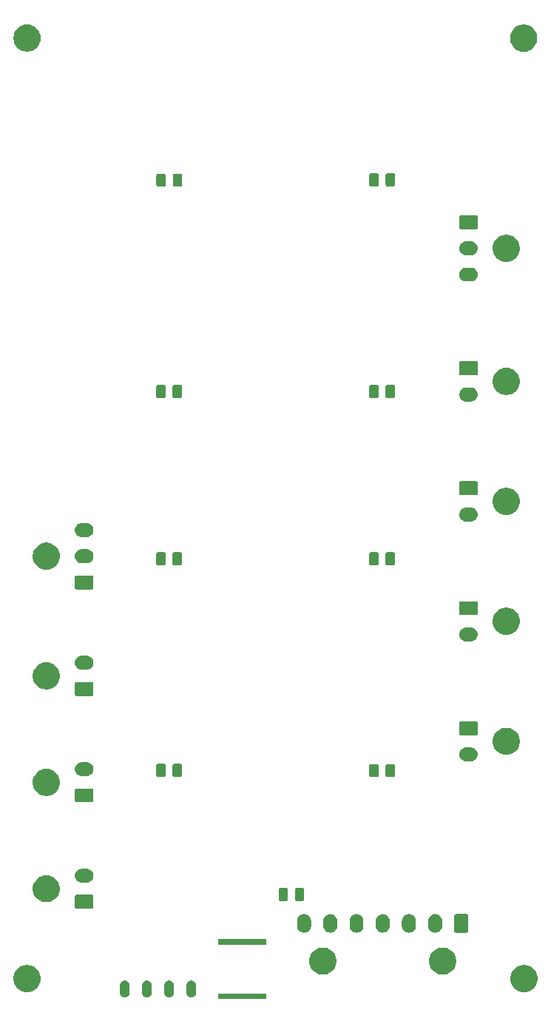
<source format=gbr>
G04 #@! TF.GenerationSoftware,KiCad,Pcbnew,(5.1.5)-3*
G04 #@! TF.CreationDate,2021-01-10T16:49:42-06:00*
G04 #@! TF.ProjectId,Controls-LightingPCB,436f6e74-726f-46c7-932d-4c6967687469,rev?*
G04 #@! TF.SameCoordinates,Original*
G04 #@! TF.FileFunction,Soldermask,Bot*
G04 #@! TF.FilePolarity,Negative*
%FSLAX46Y46*%
G04 Gerber Fmt 4.6, Leading zero omitted, Abs format (unit mm)*
G04 Created by KiCad (PCBNEW (5.1.5)-3) date 2021-01-10 16:49:42*
%MOMM*%
%LPD*%
G04 APERTURE LIST*
%ADD10C,0.100000*%
G04 APERTURE END LIST*
D10*
G36*
X154670700Y-161319600D02*
G01*
X149158500Y-161319600D01*
X149158500Y-160658800D01*
X154670700Y-160658800D01*
X154670700Y-161319600D01*
G37*
G36*
X138606614Y-159196373D02*
G01*
X138710478Y-159227879D01*
X138754507Y-159251413D01*
X138806199Y-159279043D01*
X138806201Y-159279044D01*
X138806200Y-159279044D01*
X138890101Y-159347899D01*
X138958956Y-159431800D01*
X139010121Y-159527521D01*
X139041627Y-159631385D01*
X139049600Y-159712333D01*
X139049600Y-160566467D01*
X139041627Y-160647415D01*
X139010121Y-160751279D01*
X139010119Y-160751282D01*
X138958957Y-160847000D01*
X138890101Y-160930901D01*
X138806200Y-160999757D01*
X138737655Y-161036395D01*
X138710479Y-161050921D01*
X138606615Y-161082427D01*
X138498600Y-161093066D01*
X138390586Y-161082427D01*
X138286722Y-161050921D01*
X138259546Y-161036395D01*
X138191001Y-160999757D01*
X138107100Y-160930901D01*
X138038244Y-160847000D01*
X137987082Y-160751282D01*
X137987080Y-160751279D01*
X137971327Y-160699347D01*
X137955573Y-160647416D01*
X137954434Y-160635851D01*
X137947600Y-160566467D01*
X137947600Y-159712334D01*
X137955573Y-159631386D01*
X137987079Y-159527522D01*
X138038244Y-159431800D01*
X138107099Y-159347899D01*
X138191000Y-159279044D01*
X138190999Y-159279044D01*
X138191001Y-159279043D01*
X138242693Y-159251413D01*
X138286721Y-159227879D01*
X138390585Y-159196373D01*
X138498600Y-159185734D01*
X138606614Y-159196373D01*
G37*
G36*
X146226614Y-159196373D02*
G01*
X146330478Y-159227879D01*
X146374507Y-159251413D01*
X146426199Y-159279043D01*
X146426201Y-159279044D01*
X146426200Y-159279044D01*
X146510101Y-159347899D01*
X146578956Y-159431800D01*
X146630121Y-159527521D01*
X146661627Y-159631385D01*
X146669600Y-159712333D01*
X146669600Y-160566467D01*
X146661627Y-160647415D01*
X146630121Y-160751279D01*
X146630119Y-160751282D01*
X146578957Y-160847000D01*
X146510101Y-160930901D01*
X146426200Y-160999757D01*
X146357655Y-161036395D01*
X146330479Y-161050921D01*
X146226615Y-161082427D01*
X146118600Y-161093066D01*
X146010586Y-161082427D01*
X145906722Y-161050921D01*
X145879546Y-161036395D01*
X145811001Y-160999757D01*
X145727100Y-160930901D01*
X145658244Y-160847000D01*
X145607082Y-160751282D01*
X145607080Y-160751279D01*
X145591327Y-160699347D01*
X145575573Y-160647416D01*
X145574434Y-160635851D01*
X145567600Y-160566467D01*
X145567600Y-159712334D01*
X145575573Y-159631386D01*
X145607079Y-159527522D01*
X145658244Y-159431800D01*
X145727099Y-159347899D01*
X145811000Y-159279044D01*
X145810999Y-159279044D01*
X145811001Y-159279043D01*
X145862693Y-159251413D01*
X145906721Y-159227879D01*
X146010585Y-159196373D01*
X146118600Y-159185734D01*
X146226614Y-159196373D01*
G37*
G36*
X141146614Y-159196373D02*
G01*
X141250478Y-159227879D01*
X141294507Y-159251413D01*
X141346199Y-159279043D01*
X141346201Y-159279044D01*
X141346200Y-159279044D01*
X141430101Y-159347899D01*
X141498956Y-159431800D01*
X141550121Y-159527521D01*
X141581627Y-159631385D01*
X141589600Y-159712333D01*
X141589600Y-160566467D01*
X141581627Y-160647415D01*
X141550121Y-160751279D01*
X141550119Y-160751282D01*
X141498957Y-160847000D01*
X141430101Y-160930901D01*
X141346200Y-160999757D01*
X141277655Y-161036395D01*
X141250479Y-161050921D01*
X141146615Y-161082427D01*
X141038600Y-161093066D01*
X140930586Y-161082427D01*
X140826722Y-161050921D01*
X140799546Y-161036395D01*
X140731001Y-160999757D01*
X140647100Y-160930901D01*
X140578244Y-160847000D01*
X140527082Y-160751282D01*
X140527080Y-160751279D01*
X140511327Y-160699347D01*
X140495573Y-160647416D01*
X140494434Y-160635851D01*
X140487600Y-160566467D01*
X140487600Y-159712334D01*
X140495573Y-159631386D01*
X140527079Y-159527522D01*
X140578244Y-159431800D01*
X140647099Y-159347899D01*
X140731000Y-159279044D01*
X140730999Y-159279044D01*
X140731001Y-159279043D01*
X140782693Y-159251413D01*
X140826721Y-159227879D01*
X140930585Y-159196373D01*
X141038600Y-159185734D01*
X141146614Y-159196373D01*
G37*
G36*
X143686614Y-159196373D02*
G01*
X143790478Y-159227879D01*
X143834507Y-159251413D01*
X143886199Y-159279043D01*
X143886201Y-159279044D01*
X143886200Y-159279044D01*
X143970101Y-159347899D01*
X144038956Y-159431800D01*
X144090121Y-159527521D01*
X144121627Y-159631385D01*
X144129600Y-159712333D01*
X144129600Y-160566467D01*
X144121627Y-160647415D01*
X144090121Y-160751279D01*
X144090119Y-160751282D01*
X144038957Y-160847000D01*
X143970101Y-160930901D01*
X143886200Y-160999757D01*
X143817655Y-161036395D01*
X143790479Y-161050921D01*
X143686615Y-161082427D01*
X143578600Y-161093066D01*
X143470586Y-161082427D01*
X143366722Y-161050921D01*
X143339546Y-161036395D01*
X143271001Y-160999757D01*
X143187100Y-160930901D01*
X143118244Y-160847000D01*
X143067082Y-160751282D01*
X143067080Y-160751279D01*
X143051327Y-160699347D01*
X143035573Y-160647416D01*
X143034434Y-160635851D01*
X143027600Y-160566467D01*
X143027600Y-159712334D01*
X143035573Y-159631386D01*
X143067079Y-159527522D01*
X143118244Y-159431800D01*
X143187099Y-159347899D01*
X143271000Y-159279044D01*
X143270999Y-159279044D01*
X143271001Y-159279043D01*
X143322693Y-159251413D01*
X143366721Y-159227879D01*
X143470585Y-159196373D01*
X143578600Y-159185734D01*
X143686614Y-159196373D01*
G37*
G36*
X127625185Y-157449802D02*
G01*
X127775010Y-157479604D01*
X128057274Y-157596521D01*
X128311305Y-157766259D01*
X128527341Y-157982295D01*
X128697079Y-158236326D01*
X128788814Y-158457796D01*
X128813996Y-158518591D01*
X128873600Y-158818239D01*
X128873600Y-159123761D01*
X128852889Y-159227881D01*
X128813996Y-159423410D01*
X128697079Y-159705674D01*
X128527341Y-159959705D01*
X128311305Y-160175741D01*
X128057274Y-160345479D01*
X127775010Y-160462396D01*
X127625185Y-160492198D01*
X127475361Y-160522000D01*
X127169839Y-160522000D01*
X127020015Y-160492198D01*
X126870190Y-160462396D01*
X126587926Y-160345479D01*
X126333895Y-160175741D01*
X126117859Y-159959705D01*
X125948121Y-159705674D01*
X125831204Y-159423410D01*
X125792311Y-159227881D01*
X125771600Y-159123761D01*
X125771600Y-158818239D01*
X125831204Y-158518591D01*
X125856386Y-158457796D01*
X125948121Y-158236326D01*
X126117859Y-157982295D01*
X126333895Y-157766259D01*
X126587926Y-157596521D01*
X126870190Y-157479604D01*
X127020015Y-157449802D01*
X127169839Y-157420000D01*
X127475361Y-157420000D01*
X127625185Y-157449802D01*
G37*
G36*
X184495785Y-157449802D02*
G01*
X184645610Y-157479604D01*
X184927874Y-157596521D01*
X185181905Y-157766259D01*
X185397941Y-157982295D01*
X185567679Y-158236326D01*
X185659414Y-158457796D01*
X185684596Y-158518591D01*
X185744200Y-158818239D01*
X185744200Y-159123761D01*
X185723489Y-159227881D01*
X185684596Y-159423410D01*
X185567679Y-159705674D01*
X185397941Y-159959705D01*
X185181905Y-160175741D01*
X184927874Y-160345479D01*
X184645610Y-160462396D01*
X184495785Y-160492198D01*
X184345961Y-160522000D01*
X184040439Y-160522000D01*
X183890615Y-160492198D01*
X183740790Y-160462396D01*
X183458526Y-160345479D01*
X183204495Y-160175741D01*
X182988459Y-159959705D01*
X182818721Y-159705674D01*
X182701804Y-159423410D01*
X182662911Y-159227881D01*
X182642200Y-159123761D01*
X182642200Y-158818239D01*
X182701804Y-158518591D01*
X182726986Y-158457796D01*
X182818721Y-158236326D01*
X182988459Y-157982295D01*
X183204495Y-157766259D01*
X183458526Y-157596521D01*
X183740790Y-157479604D01*
X183890615Y-157449802D01*
X184040439Y-157420000D01*
X184345961Y-157420000D01*
X184495785Y-157449802D01*
G37*
G36*
X175182985Y-155445202D02*
G01*
X175332810Y-155475004D01*
X175615074Y-155591921D01*
X175869105Y-155761659D01*
X176085141Y-155977695D01*
X176254879Y-156231726D01*
X176371796Y-156513990D01*
X176431400Y-156813640D01*
X176431400Y-157119160D01*
X176371796Y-157418810D01*
X176254879Y-157701074D01*
X176085141Y-157955105D01*
X175869105Y-158171141D01*
X175615074Y-158340879D01*
X175332810Y-158457796D01*
X175182985Y-158487598D01*
X175033161Y-158517400D01*
X174727639Y-158517400D01*
X174577815Y-158487598D01*
X174427990Y-158457796D01*
X174145726Y-158340879D01*
X173891695Y-158171141D01*
X173675659Y-157955105D01*
X173505921Y-157701074D01*
X173389004Y-157418810D01*
X173329400Y-157119160D01*
X173329400Y-156813640D01*
X173389004Y-156513990D01*
X173505921Y-156231726D01*
X173675659Y-155977695D01*
X173891695Y-155761659D01*
X174145726Y-155591921D01*
X174427990Y-155475004D01*
X174577815Y-155445202D01*
X174727639Y-155415400D01*
X175033161Y-155415400D01*
X175182985Y-155445202D01*
G37*
G36*
X161482985Y-155445202D02*
G01*
X161632810Y-155475004D01*
X161915074Y-155591921D01*
X162169105Y-155761659D01*
X162385141Y-155977695D01*
X162554879Y-156231726D01*
X162671796Y-156513990D01*
X162731400Y-156813640D01*
X162731400Y-157119160D01*
X162671796Y-157418810D01*
X162554879Y-157701074D01*
X162385141Y-157955105D01*
X162169105Y-158171141D01*
X161915074Y-158340879D01*
X161632810Y-158457796D01*
X161482985Y-158487598D01*
X161333161Y-158517400D01*
X161027639Y-158517400D01*
X160877815Y-158487598D01*
X160727990Y-158457796D01*
X160445726Y-158340879D01*
X160191695Y-158171141D01*
X159975659Y-157955105D01*
X159805921Y-157701074D01*
X159689004Y-157418810D01*
X159629400Y-157119160D01*
X159629400Y-156813640D01*
X159689004Y-156513990D01*
X159805921Y-156231726D01*
X159975659Y-155977695D01*
X160191695Y-155761659D01*
X160445726Y-155591921D01*
X160727990Y-155475004D01*
X160877815Y-155445202D01*
X161027639Y-155415400D01*
X161333161Y-155415400D01*
X161482985Y-155445202D01*
G37*
G36*
X154670700Y-155071200D02*
G01*
X149158500Y-155071200D01*
X149158500Y-154410400D01*
X154670700Y-154410400D01*
X154670700Y-155071200D01*
G37*
G36*
X174187423Y-151596990D02*
G01*
X174252912Y-151616856D01*
X174338413Y-151642792D01*
X174477565Y-151717171D01*
X174599533Y-151817267D01*
X174699629Y-151939235D01*
X174774008Y-152078387D01*
X174774008Y-152078388D01*
X174819810Y-152229377D01*
X174831400Y-152347055D01*
X174831400Y-152945745D01*
X174819810Y-153063423D01*
X174789275Y-153164082D01*
X174774008Y-153214413D01*
X174699630Y-153353564D01*
X174699629Y-153353565D01*
X174599533Y-153475533D01*
X174497281Y-153559448D01*
X174477564Y-153575629D01*
X174338412Y-153650008D01*
X174288081Y-153665275D01*
X174187422Y-153695810D01*
X174030400Y-153711275D01*
X173873377Y-153695810D01*
X173772718Y-153665275D01*
X173722387Y-153650008D01*
X173583235Y-153575629D01*
X173512518Y-153517593D01*
X173461267Y-153475533D01*
X173361171Y-153353564D01*
X173286793Y-153214413D01*
X173286792Y-153214412D01*
X173271525Y-153164081D01*
X173240990Y-153063422D01*
X173229400Y-152945744D01*
X173229400Y-152347055D01*
X173240990Y-152229377D01*
X173286792Y-152078388D01*
X173286792Y-152078387D01*
X173323982Y-152008812D01*
X173361172Y-151939235D01*
X173461268Y-151817267D01*
X173583236Y-151717171D01*
X173617207Y-151699013D01*
X173722388Y-151642792D01*
X173807889Y-151616856D01*
X173873378Y-151596990D01*
X174030400Y-151581525D01*
X174187423Y-151596990D01*
G37*
G36*
X159187423Y-151596990D02*
G01*
X159252912Y-151616856D01*
X159338413Y-151642792D01*
X159477565Y-151717171D01*
X159599533Y-151817267D01*
X159699629Y-151939235D01*
X159774008Y-152078387D01*
X159774008Y-152078388D01*
X159819810Y-152229377D01*
X159831400Y-152347055D01*
X159831400Y-152945745D01*
X159819810Y-153063423D01*
X159789275Y-153164082D01*
X159774008Y-153214413D01*
X159699630Y-153353564D01*
X159699629Y-153353565D01*
X159599533Y-153475533D01*
X159497281Y-153559448D01*
X159477564Y-153575629D01*
X159338412Y-153650008D01*
X159288081Y-153665275D01*
X159187422Y-153695810D01*
X159030400Y-153711275D01*
X158873377Y-153695810D01*
X158772718Y-153665275D01*
X158722387Y-153650008D01*
X158583235Y-153575629D01*
X158512518Y-153517593D01*
X158461267Y-153475533D01*
X158361171Y-153353564D01*
X158286793Y-153214413D01*
X158286792Y-153214412D01*
X158271525Y-153164081D01*
X158240990Y-153063422D01*
X158229400Y-152945744D01*
X158229400Y-152347055D01*
X158240990Y-152229377D01*
X158286792Y-152078388D01*
X158286792Y-152078387D01*
X158323982Y-152008812D01*
X158361172Y-151939235D01*
X158461268Y-151817267D01*
X158583236Y-151717171D01*
X158617207Y-151699013D01*
X158722388Y-151642792D01*
X158807889Y-151616856D01*
X158873378Y-151596990D01*
X159030400Y-151581525D01*
X159187423Y-151596990D01*
G37*
G36*
X162187423Y-151596990D02*
G01*
X162252912Y-151616856D01*
X162338413Y-151642792D01*
X162477565Y-151717171D01*
X162599533Y-151817267D01*
X162699629Y-151939235D01*
X162774008Y-152078387D01*
X162774008Y-152078388D01*
X162819810Y-152229377D01*
X162831400Y-152347055D01*
X162831400Y-152945745D01*
X162819810Y-153063423D01*
X162789275Y-153164082D01*
X162774008Y-153214413D01*
X162699630Y-153353564D01*
X162699629Y-153353565D01*
X162599533Y-153475533D01*
X162497281Y-153559448D01*
X162477564Y-153575629D01*
X162338412Y-153650008D01*
X162288081Y-153665275D01*
X162187422Y-153695810D01*
X162030400Y-153711275D01*
X161873377Y-153695810D01*
X161772718Y-153665275D01*
X161722387Y-153650008D01*
X161583235Y-153575629D01*
X161512518Y-153517593D01*
X161461267Y-153475533D01*
X161361171Y-153353564D01*
X161286793Y-153214413D01*
X161286792Y-153214412D01*
X161271525Y-153164081D01*
X161240990Y-153063422D01*
X161229400Y-152945744D01*
X161229400Y-152347055D01*
X161240990Y-152229377D01*
X161286792Y-152078388D01*
X161286792Y-152078387D01*
X161323982Y-152008812D01*
X161361172Y-151939235D01*
X161461268Y-151817267D01*
X161583236Y-151717171D01*
X161617207Y-151699013D01*
X161722388Y-151642792D01*
X161807889Y-151616856D01*
X161873378Y-151596990D01*
X162030400Y-151581525D01*
X162187423Y-151596990D01*
G37*
G36*
X165187423Y-151596990D02*
G01*
X165252912Y-151616856D01*
X165338413Y-151642792D01*
X165477565Y-151717171D01*
X165599533Y-151817267D01*
X165699629Y-151939235D01*
X165774008Y-152078387D01*
X165774008Y-152078388D01*
X165819810Y-152229377D01*
X165831400Y-152347055D01*
X165831400Y-152945745D01*
X165819810Y-153063423D01*
X165789275Y-153164082D01*
X165774008Y-153214413D01*
X165699630Y-153353564D01*
X165699629Y-153353565D01*
X165599533Y-153475533D01*
X165497281Y-153559448D01*
X165477564Y-153575629D01*
X165338412Y-153650008D01*
X165288081Y-153665275D01*
X165187422Y-153695810D01*
X165030400Y-153711275D01*
X164873377Y-153695810D01*
X164772718Y-153665275D01*
X164722387Y-153650008D01*
X164583235Y-153575629D01*
X164512518Y-153517593D01*
X164461267Y-153475533D01*
X164361171Y-153353564D01*
X164286793Y-153214413D01*
X164286792Y-153214412D01*
X164271525Y-153164081D01*
X164240990Y-153063422D01*
X164229400Y-152945744D01*
X164229400Y-152347055D01*
X164240990Y-152229377D01*
X164286792Y-152078388D01*
X164286792Y-152078387D01*
X164323982Y-152008812D01*
X164361172Y-151939235D01*
X164461268Y-151817267D01*
X164583236Y-151717171D01*
X164617207Y-151699013D01*
X164722388Y-151642792D01*
X164807889Y-151616856D01*
X164873378Y-151596990D01*
X165030400Y-151581525D01*
X165187423Y-151596990D01*
G37*
G36*
X168187423Y-151596990D02*
G01*
X168252912Y-151616856D01*
X168338413Y-151642792D01*
X168477565Y-151717171D01*
X168599533Y-151817267D01*
X168699629Y-151939235D01*
X168774008Y-152078387D01*
X168774008Y-152078388D01*
X168819810Y-152229377D01*
X168831400Y-152347055D01*
X168831400Y-152945745D01*
X168819810Y-153063423D01*
X168789275Y-153164082D01*
X168774008Y-153214413D01*
X168699630Y-153353564D01*
X168699629Y-153353565D01*
X168599533Y-153475533D01*
X168497281Y-153559448D01*
X168477564Y-153575629D01*
X168338412Y-153650008D01*
X168288081Y-153665275D01*
X168187422Y-153695810D01*
X168030400Y-153711275D01*
X167873377Y-153695810D01*
X167772718Y-153665275D01*
X167722387Y-153650008D01*
X167583235Y-153575629D01*
X167512518Y-153517593D01*
X167461267Y-153475533D01*
X167361171Y-153353564D01*
X167286793Y-153214413D01*
X167286792Y-153214412D01*
X167271525Y-153164081D01*
X167240990Y-153063422D01*
X167229400Y-152945744D01*
X167229400Y-152347055D01*
X167240990Y-152229377D01*
X167286792Y-152078388D01*
X167286792Y-152078387D01*
X167323982Y-152008812D01*
X167361172Y-151939235D01*
X167461268Y-151817267D01*
X167583236Y-151717171D01*
X167617207Y-151699013D01*
X167722388Y-151642792D01*
X167807889Y-151616856D01*
X167873378Y-151596990D01*
X168030400Y-151581525D01*
X168187423Y-151596990D01*
G37*
G36*
X171187423Y-151596990D02*
G01*
X171252912Y-151616856D01*
X171338413Y-151642792D01*
X171477565Y-151717171D01*
X171599533Y-151817267D01*
X171699629Y-151939235D01*
X171774008Y-152078387D01*
X171774008Y-152078388D01*
X171819810Y-152229377D01*
X171831400Y-152347055D01*
X171831400Y-152945745D01*
X171819810Y-153063423D01*
X171789275Y-153164082D01*
X171774008Y-153214413D01*
X171699630Y-153353564D01*
X171699629Y-153353565D01*
X171599533Y-153475533D01*
X171497281Y-153559448D01*
X171477564Y-153575629D01*
X171338412Y-153650008D01*
X171288081Y-153665275D01*
X171187422Y-153695810D01*
X171030400Y-153711275D01*
X170873377Y-153695810D01*
X170772718Y-153665275D01*
X170722387Y-153650008D01*
X170583235Y-153575629D01*
X170512518Y-153517593D01*
X170461267Y-153475533D01*
X170361171Y-153353564D01*
X170286793Y-153214413D01*
X170286792Y-153214412D01*
X170271525Y-153164081D01*
X170240990Y-153063422D01*
X170229400Y-152945744D01*
X170229400Y-152347055D01*
X170240990Y-152229377D01*
X170286792Y-152078388D01*
X170286792Y-152078387D01*
X170323982Y-152008812D01*
X170361172Y-151939235D01*
X170461268Y-151817267D01*
X170583236Y-151717171D01*
X170617207Y-151699013D01*
X170722388Y-151642792D01*
X170807889Y-151616856D01*
X170873378Y-151596990D01*
X171030400Y-151581525D01*
X171187423Y-151596990D01*
G37*
G36*
X177683448Y-151589522D02*
G01*
X177717787Y-151599939D01*
X177749436Y-151616856D01*
X177777178Y-151639622D01*
X177799944Y-151667364D01*
X177816861Y-151699013D01*
X177827278Y-151733352D01*
X177831400Y-151775207D01*
X177831400Y-153517593D01*
X177827278Y-153559448D01*
X177816861Y-153593787D01*
X177799944Y-153625436D01*
X177777178Y-153653178D01*
X177749436Y-153675944D01*
X177717787Y-153692861D01*
X177683448Y-153703278D01*
X177641593Y-153707400D01*
X176419207Y-153707400D01*
X176377352Y-153703278D01*
X176343013Y-153692861D01*
X176311364Y-153675944D01*
X176283622Y-153653178D01*
X176260856Y-153625436D01*
X176243939Y-153593787D01*
X176233522Y-153559448D01*
X176229400Y-153517593D01*
X176229400Y-151775207D01*
X176233522Y-151733352D01*
X176243939Y-151699013D01*
X176260856Y-151667364D01*
X176283622Y-151639622D01*
X176311364Y-151616856D01*
X176343013Y-151599939D01*
X176377352Y-151589522D01*
X176419207Y-151585400D01*
X177641593Y-151585400D01*
X177683448Y-151589522D01*
G37*
G36*
X134763448Y-149385722D02*
G01*
X134797787Y-149396139D01*
X134829436Y-149413056D01*
X134857178Y-149435822D01*
X134879944Y-149463564D01*
X134896861Y-149495213D01*
X134907278Y-149529552D01*
X134911400Y-149571407D01*
X134911400Y-150793793D01*
X134907278Y-150835648D01*
X134896861Y-150869987D01*
X134879944Y-150901636D01*
X134857178Y-150929378D01*
X134829436Y-150952144D01*
X134797787Y-150969061D01*
X134763448Y-150979478D01*
X134721593Y-150983600D01*
X132979207Y-150983600D01*
X132937352Y-150979478D01*
X132903013Y-150969061D01*
X132871364Y-150952144D01*
X132843622Y-150929378D01*
X132820856Y-150901636D01*
X132803939Y-150869987D01*
X132793522Y-150835648D01*
X132789400Y-150793793D01*
X132789400Y-149571407D01*
X132793522Y-149529552D01*
X132803939Y-149495213D01*
X132820856Y-149463564D01*
X132843622Y-149435822D01*
X132871364Y-149413056D01*
X132903013Y-149396139D01*
X132937352Y-149385722D01*
X132979207Y-149381600D01*
X134721593Y-149381600D01*
X134763448Y-149385722D01*
G37*
G36*
X129832985Y-147161402D02*
G01*
X129982810Y-147191204D01*
X130265074Y-147308121D01*
X130519105Y-147477859D01*
X130735141Y-147693895D01*
X130904879Y-147947926D01*
X131021796Y-148230190D01*
X131081400Y-148529840D01*
X131081400Y-148835360D01*
X131021796Y-149135010D01*
X130904879Y-149417274D01*
X130735141Y-149671305D01*
X130519105Y-149887341D01*
X130265074Y-150057079D01*
X129982810Y-150173996D01*
X129832985Y-150203798D01*
X129683161Y-150233600D01*
X129377639Y-150233600D01*
X129227815Y-150203798D01*
X129077990Y-150173996D01*
X128795726Y-150057079D01*
X128541695Y-149887341D01*
X128325659Y-149671305D01*
X128155921Y-149417274D01*
X128039004Y-149135010D01*
X127979400Y-148835360D01*
X127979400Y-148529840D01*
X128039004Y-148230190D01*
X128155921Y-147947926D01*
X128325659Y-147693895D01*
X128541695Y-147477859D01*
X128795726Y-147308121D01*
X129077990Y-147191204D01*
X129227815Y-147161402D01*
X129377639Y-147131600D01*
X129683161Y-147131600D01*
X129832985Y-147161402D01*
G37*
G36*
X157008468Y-148572565D02*
G01*
X157047138Y-148584296D01*
X157082777Y-148603346D01*
X157114017Y-148628983D01*
X157139654Y-148660223D01*
X157158704Y-148695862D01*
X157170435Y-148734532D01*
X157175000Y-148780888D01*
X157175000Y-149857112D01*
X157170435Y-149903468D01*
X157158704Y-149942138D01*
X157139654Y-149977777D01*
X157114017Y-150009017D01*
X157082777Y-150034654D01*
X157047138Y-150053704D01*
X157008468Y-150065435D01*
X156962112Y-150070000D01*
X156310888Y-150070000D01*
X156264532Y-150065435D01*
X156225862Y-150053704D01*
X156190223Y-150034654D01*
X156158983Y-150009017D01*
X156133346Y-149977777D01*
X156114296Y-149942138D01*
X156102565Y-149903468D01*
X156098000Y-149857112D01*
X156098000Y-148780888D01*
X156102565Y-148734532D01*
X156114296Y-148695862D01*
X156133346Y-148660223D01*
X156158983Y-148628983D01*
X156190223Y-148603346D01*
X156225862Y-148584296D01*
X156264532Y-148572565D01*
X156310888Y-148568000D01*
X156962112Y-148568000D01*
X157008468Y-148572565D01*
G37*
G36*
X158883468Y-148572565D02*
G01*
X158922138Y-148584296D01*
X158957777Y-148603346D01*
X158989017Y-148628983D01*
X159014654Y-148660223D01*
X159033704Y-148695862D01*
X159045435Y-148734532D01*
X159050000Y-148780888D01*
X159050000Y-149857112D01*
X159045435Y-149903468D01*
X159033704Y-149942138D01*
X159014654Y-149977777D01*
X158989017Y-150009017D01*
X158957777Y-150034654D01*
X158922138Y-150053704D01*
X158883468Y-150065435D01*
X158837112Y-150070000D01*
X158185888Y-150070000D01*
X158139532Y-150065435D01*
X158100862Y-150053704D01*
X158065223Y-150034654D01*
X158033983Y-150009017D01*
X158008346Y-149977777D01*
X157989296Y-149942138D01*
X157977565Y-149903468D01*
X157973000Y-149857112D01*
X157973000Y-148780888D01*
X157977565Y-148734532D01*
X157989296Y-148695862D01*
X158008346Y-148660223D01*
X158033983Y-148628983D01*
X158065223Y-148603346D01*
X158100862Y-148584296D01*
X158139532Y-148572565D01*
X158185888Y-148568000D01*
X158837112Y-148568000D01*
X158883468Y-148572565D01*
G37*
G36*
X134188971Y-146385463D02*
G01*
X134267423Y-146393190D01*
X134368082Y-146423725D01*
X134418413Y-146438992D01*
X134557565Y-146513371D01*
X134679533Y-146613467D01*
X134779629Y-146735435D01*
X134854008Y-146874587D01*
X134854008Y-146874588D01*
X134899810Y-147025577D01*
X134915275Y-147182600D01*
X134899810Y-147339623D01*
X134869275Y-147440282D01*
X134854008Y-147490613D01*
X134779629Y-147629765D01*
X134679533Y-147751733D01*
X134557565Y-147851829D01*
X134418413Y-147926208D01*
X134368082Y-147941475D01*
X134267423Y-147972010D01*
X134188971Y-147979737D01*
X134149746Y-147983600D01*
X133551054Y-147983600D01*
X133511829Y-147979737D01*
X133433377Y-147972010D01*
X133332718Y-147941475D01*
X133282387Y-147926208D01*
X133143235Y-147851829D01*
X133021267Y-147751733D01*
X132921171Y-147629765D01*
X132846792Y-147490613D01*
X132831525Y-147440282D01*
X132800990Y-147339623D01*
X132785525Y-147182600D01*
X132800990Y-147025577D01*
X132846792Y-146874588D01*
X132846792Y-146874587D01*
X132921171Y-146735435D01*
X133021267Y-146613467D01*
X133143235Y-146513371D01*
X133282387Y-146438992D01*
X133332718Y-146423725D01*
X133433377Y-146393190D01*
X133511829Y-146385463D01*
X133551054Y-146381600D01*
X134149746Y-146381600D01*
X134188971Y-146385463D01*
G37*
G36*
X134763448Y-137202188D02*
G01*
X134797787Y-137212605D01*
X134829436Y-137229522D01*
X134857178Y-137252288D01*
X134879944Y-137280030D01*
X134896861Y-137311679D01*
X134907278Y-137346018D01*
X134911400Y-137387873D01*
X134911400Y-138610259D01*
X134907278Y-138652114D01*
X134896861Y-138686453D01*
X134879944Y-138718102D01*
X134857178Y-138745844D01*
X134829436Y-138768610D01*
X134797787Y-138785527D01*
X134763448Y-138795944D01*
X134721593Y-138800066D01*
X132979207Y-138800066D01*
X132937352Y-138795944D01*
X132903013Y-138785527D01*
X132871364Y-138768610D01*
X132843622Y-138745844D01*
X132820856Y-138718102D01*
X132803939Y-138686453D01*
X132793522Y-138652114D01*
X132789400Y-138610259D01*
X132789400Y-137387873D01*
X132793522Y-137346018D01*
X132803939Y-137311679D01*
X132820856Y-137280030D01*
X132843622Y-137252288D01*
X132871364Y-137229522D01*
X132903013Y-137212605D01*
X132937352Y-137202188D01*
X132979207Y-137198066D01*
X134721593Y-137198066D01*
X134763448Y-137202188D01*
G37*
G36*
X129832985Y-134977868D02*
G01*
X129982810Y-135007670D01*
X130265074Y-135124587D01*
X130519105Y-135294325D01*
X130735141Y-135510361D01*
X130904879Y-135764392D01*
X131021796Y-136046656D01*
X131081400Y-136346306D01*
X131081400Y-136651826D01*
X131021796Y-136951476D01*
X130904879Y-137233740D01*
X130735141Y-137487771D01*
X130519105Y-137703807D01*
X130265074Y-137873545D01*
X129982810Y-137990462D01*
X129832985Y-138020264D01*
X129683161Y-138050066D01*
X129377639Y-138050066D01*
X129227815Y-138020264D01*
X129077990Y-137990462D01*
X128795726Y-137873545D01*
X128541695Y-137703807D01*
X128325659Y-137487771D01*
X128155921Y-137233740D01*
X128039004Y-136951476D01*
X127979400Y-136651826D01*
X127979400Y-136346306D01*
X128039004Y-136046656D01*
X128155921Y-135764392D01*
X128325659Y-135510361D01*
X128541695Y-135294325D01*
X128795726Y-135124587D01*
X129077990Y-135007670D01*
X129227815Y-134977868D01*
X129377639Y-134948066D01*
X129683161Y-134948066D01*
X129832985Y-134977868D01*
G37*
G36*
X167396468Y-134424765D02*
G01*
X167435138Y-134436496D01*
X167470777Y-134455546D01*
X167502017Y-134481183D01*
X167527654Y-134512423D01*
X167546704Y-134548062D01*
X167558435Y-134586732D01*
X167563000Y-134633088D01*
X167563000Y-135709312D01*
X167558435Y-135755668D01*
X167546704Y-135794338D01*
X167527654Y-135829977D01*
X167502017Y-135861217D01*
X167470777Y-135886854D01*
X167435138Y-135905904D01*
X167396468Y-135917635D01*
X167350112Y-135922200D01*
X166698888Y-135922200D01*
X166652532Y-135917635D01*
X166613862Y-135905904D01*
X166578223Y-135886854D01*
X166546983Y-135861217D01*
X166521346Y-135829977D01*
X166502296Y-135794338D01*
X166490565Y-135755668D01*
X166486000Y-135709312D01*
X166486000Y-134633088D01*
X166490565Y-134586732D01*
X166502296Y-134548062D01*
X166521346Y-134512423D01*
X166546983Y-134481183D01*
X166578223Y-134455546D01*
X166613862Y-134436496D01*
X166652532Y-134424765D01*
X166698888Y-134420200D01*
X167350112Y-134420200D01*
X167396468Y-134424765D01*
G37*
G36*
X169271468Y-134424765D02*
G01*
X169310138Y-134436496D01*
X169345777Y-134455546D01*
X169377017Y-134481183D01*
X169402654Y-134512423D01*
X169421704Y-134548062D01*
X169433435Y-134586732D01*
X169438000Y-134633088D01*
X169438000Y-135709312D01*
X169433435Y-135755668D01*
X169421704Y-135794338D01*
X169402654Y-135829977D01*
X169377017Y-135861217D01*
X169345777Y-135886854D01*
X169310138Y-135905904D01*
X169271468Y-135917635D01*
X169225112Y-135922200D01*
X168573888Y-135922200D01*
X168527532Y-135917635D01*
X168488862Y-135905904D01*
X168453223Y-135886854D01*
X168421983Y-135861217D01*
X168396346Y-135829977D01*
X168377296Y-135794338D01*
X168365565Y-135755668D01*
X168361000Y-135709312D01*
X168361000Y-134633088D01*
X168365565Y-134586732D01*
X168377296Y-134548062D01*
X168396346Y-134512423D01*
X168421983Y-134481183D01*
X168453223Y-134455546D01*
X168488862Y-134436496D01*
X168527532Y-134424765D01*
X168573888Y-134420200D01*
X169225112Y-134420200D01*
X169271468Y-134424765D01*
G37*
G36*
X143012468Y-134391265D02*
G01*
X143051138Y-134402996D01*
X143086777Y-134422046D01*
X143118017Y-134447683D01*
X143143654Y-134478923D01*
X143162704Y-134514562D01*
X143174435Y-134553232D01*
X143179000Y-134599588D01*
X143179000Y-135675812D01*
X143174435Y-135722168D01*
X143162704Y-135760838D01*
X143143654Y-135796477D01*
X143118017Y-135827717D01*
X143086777Y-135853354D01*
X143051138Y-135872404D01*
X143012468Y-135884135D01*
X142966112Y-135888700D01*
X142314888Y-135888700D01*
X142268532Y-135884135D01*
X142229862Y-135872404D01*
X142194223Y-135853354D01*
X142162983Y-135827717D01*
X142137346Y-135796477D01*
X142118296Y-135760838D01*
X142106565Y-135722168D01*
X142102000Y-135675812D01*
X142102000Y-134599588D01*
X142106565Y-134553232D01*
X142118296Y-134514562D01*
X142137346Y-134478923D01*
X142162983Y-134447683D01*
X142194223Y-134422046D01*
X142229862Y-134402996D01*
X142268532Y-134391265D01*
X142314888Y-134386700D01*
X142966112Y-134386700D01*
X143012468Y-134391265D01*
G37*
G36*
X144887468Y-134391265D02*
G01*
X144926138Y-134402996D01*
X144961777Y-134422046D01*
X144993017Y-134447683D01*
X145018654Y-134478923D01*
X145037704Y-134514562D01*
X145049435Y-134553232D01*
X145054000Y-134599588D01*
X145054000Y-135675812D01*
X145049435Y-135722168D01*
X145037704Y-135760838D01*
X145018654Y-135796477D01*
X144993017Y-135827717D01*
X144961777Y-135853354D01*
X144926138Y-135872404D01*
X144887468Y-135884135D01*
X144841112Y-135888700D01*
X144189888Y-135888700D01*
X144143532Y-135884135D01*
X144104862Y-135872404D01*
X144069223Y-135853354D01*
X144037983Y-135827717D01*
X144012346Y-135796477D01*
X143993296Y-135760838D01*
X143981565Y-135722168D01*
X143977000Y-135675812D01*
X143977000Y-134599588D01*
X143981565Y-134553232D01*
X143993296Y-134514562D01*
X144012346Y-134478923D01*
X144037983Y-134447683D01*
X144069223Y-134422046D01*
X144104862Y-134402996D01*
X144143532Y-134391265D01*
X144189888Y-134386700D01*
X144841112Y-134386700D01*
X144887468Y-134391265D01*
G37*
G36*
X134188971Y-134201929D02*
G01*
X134267423Y-134209656D01*
X134368082Y-134240191D01*
X134418413Y-134255458D01*
X134557565Y-134329837D01*
X134679533Y-134429933D01*
X134779629Y-134551901D01*
X134854008Y-134691053D01*
X134854008Y-134691054D01*
X134899810Y-134842043D01*
X134915275Y-134999066D01*
X134899810Y-135156089D01*
X134869275Y-135256748D01*
X134854008Y-135307079D01*
X134779629Y-135446231D01*
X134679533Y-135568199D01*
X134557565Y-135668295D01*
X134418413Y-135742674D01*
X134375577Y-135755668D01*
X134267423Y-135788476D01*
X134188971Y-135796203D01*
X134149746Y-135800066D01*
X133551054Y-135800066D01*
X133511829Y-135796203D01*
X133433377Y-135788476D01*
X133325223Y-135755668D01*
X133282387Y-135742674D01*
X133143235Y-135668295D01*
X133021267Y-135568199D01*
X132921171Y-135446231D01*
X132846792Y-135307079D01*
X132831525Y-135256748D01*
X132800990Y-135156089D01*
X132785525Y-134999066D01*
X132800990Y-134842043D01*
X132846792Y-134691054D01*
X132846792Y-134691053D01*
X132921171Y-134551901D01*
X133021267Y-134429933D01*
X133143235Y-134329837D01*
X133282387Y-134255458D01*
X133332718Y-134240191D01*
X133433377Y-134209656D01*
X133511829Y-134201929D01*
X133551054Y-134198066D01*
X134149746Y-134198066D01*
X134188971Y-134201929D01*
G37*
G36*
X178186571Y-132508863D02*
G01*
X178265023Y-132516590D01*
X178344417Y-132540674D01*
X178416013Y-132562392D01*
X178555165Y-132636771D01*
X178677133Y-132736867D01*
X178777229Y-132858835D01*
X178851608Y-132997987D01*
X178855477Y-133010741D01*
X178897410Y-133148977D01*
X178912875Y-133306000D01*
X178897410Y-133463023D01*
X178866875Y-133563682D01*
X178851608Y-133614013D01*
X178777229Y-133753165D01*
X178677133Y-133875133D01*
X178555165Y-133975229D01*
X178416013Y-134049608D01*
X178365682Y-134064875D01*
X178265023Y-134095410D01*
X178186571Y-134103137D01*
X178147346Y-134107000D01*
X177548654Y-134107000D01*
X177509429Y-134103137D01*
X177430977Y-134095410D01*
X177330318Y-134064875D01*
X177279987Y-134049608D01*
X177140835Y-133975229D01*
X177018867Y-133875133D01*
X176918771Y-133753165D01*
X176844392Y-133614013D01*
X176829125Y-133563682D01*
X176798590Y-133463023D01*
X176783125Y-133306000D01*
X176798590Y-133148977D01*
X176840523Y-133010741D01*
X176844392Y-132997987D01*
X176918771Y-132858835D01*
X177018867Y-132736867D01*
X177140835Y-132636771D01*
X177279987Y-132562392D01*
X177351583Y-132540674D01*
X177430977Y-132516590D01*
X177509429Y-132508863D01*
X177548654Y-132505000D01*
X178147346Y-132505000D01*
X178186571Y-132508863D01*
G37*
G36*
X182470585Y-130284802D02*
G01*
X182620410Y-130314604D01*
X182902674Y-130431521D01*
X183156705Y-130601259D01*
X183372741Y-130817295D01*
X183542479Y-131071326D01*
X183659396Y-131353590D01*
X183719000Y-131653240D01*
X183719000Y-131958760D01*
X183659396Y-132258410D01*
X183542479Y-132540674D01*
X183372741Y-132794705D01*
X183156705Y-133010741D01*
X182902674Y-133180479D01*
X182620410Y-133297396D01*
X182470585Y-133327198D01*
X182320761Y-133357000D01*
X182015239Y-133357000D01*
X181865415Y-133327198D01*
X181715590Y-133297396D01*
X181433326Y-133180479D01*
X181179295Y-133010741D01*
X180963259Y-132794705D01*
X180793521Y-132540674D01*
X180676604Y-132258410D01*
X180617000Y-131958760D01*
X180617000Y-131653240D01*
X180676604Y-131353590D01*
X180793521Y-131071326D01*
X180963259Y-130817295D01*
X181179295Y-130601259D01*
X181433326Y-130431521D01*
X181715590Y-130314604D01*
X181865415Y-130284802D01*
X182015239Y-130255000D01*
X182320761Y-130255000D01*
X182470585Y-130284802D01*
G37*
G36*
X178761048Y-129509122D02*
G01*
X178795387Y-129519539D01*
X178827036Y-129536456D01*
X178854778Y-129559222D01*
X178877544Y-129586964D01*
X178894461Y-129618613D01*
X178904878Y-129652952D01*
X178909000Y-129694807D01*
X178909000Y-130917193D01*
X178904878Y-130959048D01*
X178894461Y-130993387D01*
X178877544Y-131025036D01*
X178854778Y-131052778D01*
X178827036Y-131075544D01*
X178795387Y-131092461D01*
X178761048Y-131102878D01*
X178719193Y-131107000D01*
X176976807Y-131107000D01*
X176934952Y-131102878D01*
X176900613Y-131092461D01*
X176868964Y-131075544D01*
X176841222Y-131052778D01*
X176818456Y-131025036D01*
X176801539Y-130993387D01*
X176791122Y-130959048D01*
X176787000Y-130917193D01*
X176787000Y-129694807D01*
X176791122Y-129652952D01*
X176801539Y-129618613D01*
X176818456Y-129586964D01*
X176841222Y-129559222D01*
X176868964Y-129536456D01*
X176900613Y-129519539D01*
X176934952Y-129509122D01*
X176976807Y-129505000D01*
X178719193Y-129505000D01*
X178761048Y-129509122D01*
G37*
G36*
X134763448Y-125018655D02*
G01*
X134797787Y-125029072D01*
X134829436Y-125045989D01*
X134857178Y-125068755D01*
X134879944Y-125096497D01*
X134896861Y-125128146D01*
X134907278Y-125162485D01*
X134911400Y-125204340D01*
X134911400Y-126426726D01*
X134907278Y-126468581D01*
X134896861Y-126502920D01*
X134879944Y-126534569D01*
X134857178Y-126562311D01*
X134829436Y-126585077D01*
X134797787Y-126601994D01*
X134763448Y-126612411D01*
X134721593Y-126616533D01*
X132979207Y-126616533D01*
X132937352Y-126612411D01*
X132903013Y-126601994D01*
X132871364Y-126585077D01*
X132843622Y-126562311D01*
X132820856Y-126534569D01*
X132803939Y-126502920D01*
X132793522Y-126468581D01*
X132789400Y-126426726D01*
X132789400Y-125204340D01*
X132793522Y-125162485D01*
X132803939Y-125128146D01*
X132820856Y-125096497D01*
X132843622Y-125068755D01*
X132871364Y-125045989D01*
X132903013Y-125029072D01*
X132937352Y-125018655D01*
X132979207Y-125014533D01*
X134721593Y-125014533D01*
X134763448Y-125018655D01*
G37*
G36*
X129832985Y-122794335D02*
G01*
X129982810Y-122824137D01*
X130265074Y-122941054D01*
X130519105Y-123110792D01*
X130735141Y-123326828D01*
X130904879Y-123580859D01*
X131021796Y-123863123D01*
X131081400Y-124162773D01*
X131081400Y-124468293D01*
X131021796Y-124767943D01*
X130904879Y-125050207D01*
X130735141Y-125304238D01*
X130519105Y-125520274D01*
X130265074Y-125690012D01*
X129982810Y-125806929D01*
X129832985Y-125836731D01*
X129683161Y-125866533D01*
X129377639Y-125866533D01*
X129227815Y-125836731D01*
X129077990Y-125806929D01*
X128795726Y-125690012D01*
X128541695Y-125520274D01*
X128325659Y-125304238D01*
X128155921Y-125050207D01*
X128039004Y-124767943D01*
X127979400Y-124468293D01*
X127979400Y-124162773D01*
X128039004Y-123863123D01*
X128155921Y-123580859D01*
X128325659Y-123326828D01*
X128541695Y-123110792D01*
X128795726Y-122941054D01*
X129077990Y-122824137D01*
X129227815Y-122794335D01*
X129377639Y-122764533D01*
X129683161Y-122764533D01*
X129832985Y-122794335D01*
G37*
G36*
X134188971Y-122018396D02*
G01*
X134267423Y-122026123D01*
X134368082Y-122056658D01*
X134418413Y-122071925D01*
X134557565Y-122146304D01*
X134679533Y-122246400D01*
X134779629Y-122368368D01*
X134854008Y-122507520D01*
X134854008Y-122507521D01*
X134899810Y-122658510D01*
X134915275Y-122815533D01*
X134899810Y-122972556D01*
X134869275Y-123073215D01*
X134854008Y-123123546D01*
X134779629Y-123262698D01*
X134679533Y-123384666D01*
X134557565Y-123484762D01*
X134418413Y-123559141D01*
X134368082Y-123574408D01*
X134267423Y-123604943D01*
X134188971Y-123612670D01*
X134149746Y-123616533D01*
X133551054Y-123616533D01*
X133511829Y-123612670D01*
X133433377Y-123604943D01*
X133332718Y-123574408D01*
X133282387Y-123559141D01*
X133143235Y-123484762D01*
X133021267Y-123384666D01*
X132921171Y-123262698D01*
X132846792Y-123123546D01*
X132831525Y-123073215D01*
X132800990Y-122972556D01*
X132785525Y-122815533D01*
X132800990Y-122658510D01*
X132846792Y-122507521D01*
X132846792Y-122507520D01*
X132921171Y-122368368D01*
X133021267Y-122246400D01*
X133143235Y-122146304D01*
X133282387Y-122071925D01*
X133332718Y-122056658D01*
X133433377Y-122026123D01*
X133511829Y-122018396D01*
X133551054Y-122014533D01*
X134149746Y-122014533D01*
X134188971Y-122018396D01*
G37*
G36*
X178186571Y-118780863D02*
G01*
X178265023Y-118788590D01*
X178344417Y-118812674D01*
X178416013Y-118834392D01*
X178555165Y-118908771D01*
X178677133Y-119008867D01*
X178777229Y-119130835D01*
X178851608Y-119269987D01*
X178855477Y-119282741D01*
X178897410Y-119420977D01*
X178912875Y-119578000D01*
X178897410Y-119735023D01*
X178866875Y-119835682D01*
X178851608Y-119886013D01*
X178777229Y-120025165D01*
X178677133Y-120147133D01*
X178555165Y-120247229D01*
X178416013Y-120321608D01*
X178365682Y-120336875D01*
X178265023Y-120367410D01*
X178186571Y-120375137D01*
X178147346Y-120379000D01*
X177548654Y-120379000D01*
X177509429Y-120375137D01*
X177430977Y-120367410D01*
X177330318Y-120336875D01*
X177279987Y-120321608D01*
X177140835Y-120247229D01*
X177018867Y-120147133D01*
X176918771Y-120025165D01*
X176844392Y-119886013D01*
X176829125Y-119835682D01*
X176798590Y-119735023D01*
X176783125Y-119578000D01*
X176798590Y-119420977D01*
X176840523Y-119282741D01*
X176844392Y-119269987D01*
X176918771Y-119130835D01*
X177018867Y-119008867D01*
X177140835Y-118908771D01*
X177279987Y-118834392D01*
X177351583Y-118812674D01*
X177430977Y-118788590D01*
X177509429Y-118780863D01*
X177548654Y-118777000D01*
X178147346Y-118777000D01*
X178186571Y-118780863D01*
G37*
G36*
X182470585Y-116556802D02*
G01*
X182620410Y-116586604D01*
X182902674Y-116703521D01*
X183156705Y-116873259D01*
X183372741Y-117089295D01*
X183542479Y-117343326D01*
X183659396Y-117625590D01*
X183719000Y-117925240D01*
X183719000Y-118230760D01*
X183659396Y-118530410D01*
X183542479Y-118812674D01*
X183372741Y-119066705D01*
X183156705Y-119282741D01*
X182902674Y-119452479D01*
X182620410Y-119569396D01*
X182470585Y-119599198D01*
X182320761Y-119629000D01*
X182015239Y-119629000D01*
X181865415Y-119599198D01*
X181715590Y-119569396D01*
X181433326Y-119452479D01*
X181179295Y-119282741D01*
X180963259Y-119066705D01*
X180793521Y-118812674D01*
X180676604Y-118530410D01*
X180617000Y-118230760D01*
X180617000Y-117925240D01*
X180676604Y-117625590D01*
X180793521Y-117343326D01*
X180963259Y-117089295D01*
X181179295Y-116873259D01*
X181433326Y-116703521D01*
X181715590Y-116586604D01*
X181865415Y-116556802D01*
X182015239Y-116527000D01*
X182320761Y-116527000D01*
X182470585Y-116556802D01*
G37*
G36*
X178761048Y-115781122D02*
G01*
X178795387Y-115791539D01*
X178827036Y-115808456D01*
X178854778Y-115831222D01*
X178877544Y-115858964D01*
X178894461Y-115890613D01*
X178904878Y-115924952D01*
X178909000Y-115966807D01*
X178909000Y-117189193D01*
X178904878Y-117231048D01*
X178894461Y-117265387D01*
X178877544Y-117297036D01*
X178854778Y-117324778D01*
X178827036Y-117347544D01*
X178795387Y-117364461D01*
X178761048Y-117374878D01*
X178719193Y-117379000D01*
X176976807Y-117379000D01*
X176934952Y-117374878D01*
X176900613Y-117364461D01*
X176868964Y-117347544D01*
X176841222Y-117324778D01*
X176818456Y-117297036D01*
X176801539Y-117265387D01*
X176791122Y-117231048D01*
X176787000Y-117189193D01*
X176787000Y-115966807D01*
X176791122Y-115924952D01*
X176801539Y-115890613D01*
X176818456Y-115858964D01*
X176841222Y-115831222D01*
X176868964Y-115808456D01*
X176900613Y-115791539D01*
X176934952Y-115781122D01*
X176976807Y-115777000D01*
X178719193Y-115777000D01*
X178761048Y-115781122D01*
G37*
G36*
X134763448Y-112835122D02*
G01*
X134797787Y-112845539D01*
X134829436Y-112862456D01*
X134857178Y-112885222D01*
X134879944Y-112912964D01*
X134896861Y-112944613D01*
X134907278Y-112978952D01*
X134911400Y-113020807D01*
X134911400Y-114243193D01*
X134907278Y-114285048D01*
X134896861Y-114319387D01*
X134879944Y-114351036D01*
X134857178Y-114378778D01*
X134829436Y-114401544D01*
X134797787Y-114418461D01*
X134763448Y-114428878D01*
X134721593Y-114433000D01*
X132979207Y-114433000D01*
X132937352Y-114428878D01*
X132903013Y-114418461D01*
X132871364Y-114401544D01*
X132843622Y-114378778D01*
X132820856Y-114351036D01*
X132803939Y-114319387D01*
X132793522Y-114285048D01*
X132789400Y-114243193D01*
X132789400Y-113020807D01*
X132793522Y-112978952D01*
X132803939Y-112944613D01*
X132820856Y-112912964D01*
X132843622Y-112885222D01*
X132871364Y-112862456D01*
X132903013Y-112845539D01*
X132937352Y-112835122D01*
X132979207Y-112831000D01*
X134721593Y-112831000D01*
X134763448Y-112835122D01*
G37*
G36*
X129832985Y-109110802D02*
G01*
X129982810Y-109140604D01*
X130265074Y-109257521D01*
X130519105Y-109427259D01*
X130735141Y-109643295D01*
X130904879Y-109897326D01*
X131021796Y-110179590D01*
X131051598Y-110329415D01*
X131081400Y-110479239D01*
X131081400Y-110784761D01*
X131080552Y-110789023D01*
X131021796Y-111084410D01*
X130904879Y-111366674D01*
X130735141Y-111620705D01*
X130519105Y-111836741D01*
X130265074Y-112006479D01*
X129982810Y-112123396D01*
X129832985Y-112153198D01*
X129683161Y-112183000D01*
X129377639Y-112183000D01*
X129227815Y-112153198D01*
X129077990Y-112123396D01*
X128795726Y-112006479D01*
X128541695Y-111836741D01*
X128325659Y-111620705D01*
X128155921Y-111366674D01*
X128039004Y-111084410D01*
X127980248Y-110789023D01*
X127979400Y-110784761D01*
X127979400Y-110479239D01*
X128009202Y-110329415D01*
X128039004Y-110179590D01*
X128155921Y-109897326D01*
X128325659Y-109643295D01*
X128541695Y-109427259D01*
X128795726Y-109257521D01*
X129077990Y-109140604D01*
X129227815Y-109110802D01*
X129377639Y-109081000D01*
X129683161Y-109081000D01*
X129832985Y-109110802D01*
G37*
G36*
X167396468Y-110174697D02*
G01*
X167435138Y-110186428D01*
X167470777Y-110205478D01*
X167502017Y-110231115D01*
X167527654Y-110262355D01*
X167546704Y-110297994D01*
X167558435Y-110336664D01*
X167563000Y-110383020D01*
X167563000Y-111459244D01*
X167558435Y-111505600D01*
X167546704Y-111544270D01*
X167527654Y-111579909D01*
X167502017Y-111611149D01*
X167470777Y-111636786D01*
X167435138Y-111655836D01*
X167396468Y-111667567D01*
X167350112Y-111672132D01*
X166698888Y-111672132D01*
X166652532Y-111667567D01*
X166613862Y-111655836D01*
X166578223Y-111636786D01*
X166546983Y-111611149D01*
X166521346Y-111579909D01*
X166502296Y-111544270D01*
X166490565Y-111505600D01*
X166486000Y-111459244D01*
X166486000Y-110383020D01*
X166490565Y-110336664D01*
X166502296Y-110297994D01*
X166521346Y-110262355D01*
X166546983Y-110231115D01*
X166578223Y-110205478D01*
X166613862Y-110186428D01*
X166652532Y-110174697D01*
X166698888Y-110170132D01*
X167350112Y-110170132D01*
X167396468Y-110174697D01*
G37*
G36*
X169271468Y-110174697D02*
G01*
X169310138Y-110186428D01*
X169345777Y-110205478D01*
X169377017Y-110231115D01*
X169402654Y-110262355D01*
X169421704Y-110297994D01*
X169433435Y-110336664D01*
X169438000Y-110383020D01*
X169438000Y-111459244D01*
X169433435Y-111505600D01*
X169421704Y-111544270D01*
X169402654Y-111579909D01*
X169377017Y-111611149D01*
X169345777Y-111636786D01*
X169310138Y-111655836D01*
X169271468Y-111667567D01*
X169225112Y-111672132D01*
X168573888Y-111672132D01*
X168527532Y-111667567D01*
X168488862Y-111655836D01*
X168453223Y-111636786D01*
X168421983Y-111611149D01*
X168396346Y-111579909D01*
X168377296Y-111544270D01*
X168365565Y-111505600D01*
X168361000Y-111459244D01*
X168361000Y-110383020D01*
X168365565Y-110336664D01*
X168377296Y-110297994D01*
X168396346Y-110262355D01*
X168421983Y-110231115D01*
X168453223Y-110205478D01*
X168488862Y-110186428D01*
X168527532Y-110174697D01*
X168573888Y-110170132D01*
X169225112Y-110170132D01*
X169271468Y-110174697D01*
G37*
G36*
X144887468Y-110174697D02*
G01*
X144926138Y-110186428D01*
X144961777Y-110205478D01*
X144993017Y-110231115D01*
X145018654Y-110262355D01*
X145037704Y-110297994D01*
X145049435Y-110336664D01*
X145054000Y-110383020D01*
X145054000Y-111459244D01*
X145049435Y-111505600D01*
X145037704Y-111544270D01*
X145018654Y-111579909D01*
X144993017Y-111611149D01*
X144961777Y-111636786D01*
X144926138Y-111655836D01*
X144887468Y-111667567D01*
X144841112Y-111672132D01*
X144189888Y-111672132D01*
X144143532Y-111667567D01*
X144104862Y-111655836D01*
X144069223Y-111636786D01*
X144037983Y-111611149D01*
X144012346Y-111579909D01*
X143993296Y-111544270D01*
X143981565Y-111505600D01*
X143977000Y-111459244D01*
X143977000Y-110383020D01*
X143981565Y-110336664D01*
X143993296Y-110297994D01*
X144012346Y-110262355D01*
X144037983Y-110231115D01*
X144069223Y-110205478D01*
X144104862Y-110186428D01*
X144143532Y-110174697D01*
X144189888Y-110170132D01*
X144841112Y-110170132D01*
X144887468Y-110174697D01*
G37*
G36*
X143012468Y-110174697D02*
G01*
X143051138Y-110186428D01*
X143086777Y-110205478D01*
X143118017Y-110231115D01*
X143143654Y-110262355D01*
X143162704Y-110297994D01*
X143174435Y-110336664D01*
X143179000Y-110383020D01*
X143179000Y-111459244D01*
X143174435Y-111505600D01*
X143162704Y-111544270D01*
X143143654Y-111579909D01*
X143118017Y-111611149D01*
X143086777Y-111636786D01*
X143051138Y-111655836D01*
X143012468Y-111667567D01*
X142966112Y-111672132D01*
X142314888Y-111672132D01*
X142268532Y-111667567D01*
X142229862Y-111655836D01*
X142194223Y-111636786D01*
X142162983Y-111611149D01*
X142137346Y-111579909D01*
X142118296Y-111544270D01*
X142106565Y-111505600D01*
X142102000Y-111459244D01*
X142102000Y-110383020D01*
X142106565Y-110336664D01*
X142118296Y-110297994D01*
X142137346Y-110262355D01*
X142162983Y-110231115D01*
X142194223Y-110205478D01*
X142229862Y-110186428D01*
X142268532Y-110174697D01*
X142314888Y-110170132D01*
X142966112Y-110170132D01*
X143012468Y-110174697D01*
G37*
G36*
X134188971Y-109834863D02*
G01*
X134267423Y-109842590D01*
X134368082Y-109873125D01*
X134418413Y-109888392D01*
X134557565Y-109962771D01*
X134679533Y-110062867D01*
X134779629Y-110184835D01*
X134854008Y-110323987D01*
X134854008Y-110323988D01*
X134899810Y-110474977D01*
X134915275Y-110632000D01*
X134899810Y-110789023D01*
X134869275Y-110889682D01*
X134854008Y-110940013D01*
X134779629Y-111079165D01*
X134679533Y-111201133D01*
X134557565Y-111301229D01*
X134418413Y-111375608D01*
X134368082Y-111390875D01*
X134267423Y-111421410D01*
X134188971Y-111429137D01*
X134149746Y-111433000D01*
X133551054Y-111433000D01*
X133511829Y-111429137D01*
X133433377Y-111421410D01*
X133332718Y-111390875D01*
X133282387Y-111375608D01*
X133143235Y-111301229D01*
X133021267Y-111201133D01*
X132921171Y-111079165D01*
X132846792Y-110940013D01*
X132831525Y-110889682D01*
X132800990Y-110789023D01*
X132785525Y-110632000D01*
X132800990Y-110474977D01*
X132846792Y-110323988D01*
X132846792Y-110323987D01*
X132921171Y-110184835D01*
X133021267Y-110062867D01*
X133143235Y-109962771D01*
X133282387Y-109888392D01*
X133332718Y-109873125D01*
X133433377Y-109842590D01*
X133511829Y-109834863D01*
X133551054Y-109831000D01*
X134149746Y-109831000D01*
X134188971Y-109834863D01*
G37*
G36*
X134188971Y-106834863D02*
G01*
X134267423Y-106842590D01*
X134368082Y-106873125D01*
X134418413Y-106888392D01*
X134557565Y-106962771D01*
X134679533Y-107062867D01*
X134779629Y-107184835D01*
X134854008Y-107323987D01*
X134854008Y-107323988D01*
X134899810Y-107474977D01*
X134915275Y-107632000D01*
X134899810Y-107789023D01*
X134869275Y-107889682D01*
X134854008Y-107940013D01*
X134779629Y-108079165D01*
X134679533Y-108201133D01*
X134557565Y-108301229D01*
X134418413Y-108375608D01*
X134368082Y-108390875D01*
X134267423Y-108421410D01*
X134188971Y-108429137D01*
X134149746Y-108433000D01*
X133551054Y-108433000D01*
X133511829Y-108429137D01*
X133433377Y-108421410D01*
X133332718Y-108390875D01*
X133282387Y-108375608D01*
X133143235Y-108301229D01*
X133021267Y-108201133D01*
X132921171Y-108079165D01*
X132846792Y-107940013D01*
X132831525Y-107889682D01*
X132800990Y-107789023D01*
X132785525Y-107632000D01*
X132800990Y-107474977D01*
X132846792Y-107323988D01*
X132846792Y-107323987D01*
X132921171Y-107184835D01*
X133021267Y-107062867D01*
X133143235Y-106962771D01*
X133282387Y-106888392D01*
X133332718Y-106873125D01*
X133433377Y-106842590D01*
X133511829Y-106834863D01*
X133551054Y-106831000D01*
X134149746Y-106831000D01*
X134188971Y-106834863D01*
G37*
G36*
X178186571Y-105052863D02*
G01*
X178265023Y-105060590D01*
X178344417Y-105084674D01*
X178416013Y-105106392D01*
X178555165Y-105180771D01*
X178677133Y-105280867D01*
X178777229Y-105402835D01*
X178851608Y-105541987D01*
X178855477Y-105554741D01*
X178897410Y-105692977D01*
X178912875Y-105850000D01*
X178897410Y-106007023D01*
X178866875Y-106107682D01*
X178851608Y-106158013D01*
X178777229Y-106297165D01*
X178677133Y-106419133D01*
X178555165Y-106519229D01*
X178416013Y-106593608D01*
X178365682Y-106608875D01*
X178265023Y-106639410D01*
X178186571Y-106647137D01*
X178147346Y-106651000D01*
X177548654Y-106651000D01*
X177509429Y-106647137D01*
X177430977Y-106639410D01*
X177330318Y-106608875D01*
X177279987Y-106593608D01*
X177140835Y-106519229D01*
X177018867Y-106419133D01*
X176918771Y-106297165D01*
X176844392Y-106158013D01*
X176829125Y-106107682D01*
X176798590Y-106007023D01*
X176783125Y-105850000D01*
X176798590Y-105692977D01*
X176840523Y-105554741D01*
X176844392Y-105541987D01*
X176918771Y-105402835D01*
X177018867Y-105280867D01*
X177140835Y-105180771D01*
X177279987Y-105106392D01*
X177351583Y-105084674D01*
X177430977Y-105060590D01*
X177509429Y-105052863D01*
X177548654Y-105049000D01*
X178147346Y-105049000D01*
X178186571Y-105052863D01*
G37*
G36*
X182470585Y-102828802D02*
G01*
X182620410Y-102858604D01*
X182902674Y-102975521D01*
X183156705Y-103145259D01*
X183372741Y-103361295D01*
X183542479Y-103615326D01*
X183659396Y-103897590D01*
X183719000Y-104197240D01*
X183719000Y-104502760D01*
X183659396Y-104802410D01*
X183542479Y-105084674D01*
X183372741Y-105338705D01*
X183156705Y-105554741D01*
X182902674Y-105724479D01*
X182620410Y-105841396D01*
X182470585Y-105871198D01*
X182320761Y-105901000D01*
X182015239Y-105901000D01*
X181865415Y-105871198D01*
X181715590Y-105841396D01*
X181433326Y-105724479D01*
X181179295Y-105554741D01*
X180963259Y-105338705D01*
X180793521Y-105084674D01*
X180676604Y-104802410D01*
X180617000Y-104502760D01*
X180617000Y-104197240D01*
X180676604Y-103897590D01*
X180793521Y-103615326D01*
X180963259Y-103361295D01*
X181179295Y-103145259D01*
X181433326Y-102975521D01*
X181715590Y-102858604D01*
X181865415Y-102828802D01*
X182015239Y-102799000D01*
X182320761Y-102799000D01*
X182470585Y-102828802D01*
G37*
G36*
X178761048Y-102053122D02*
G01*
X178795387Y-102063539D01*
X178827036Y-102080456D01*
X178854778Y-102103222D01*
X178877544Y-102130964D01*
X178894461Y-102162613D01*
X178904878Y-102196952D01*
X178909000Y-102238807D01*
X178909000Y-103461193D01*
X178904878Y-103503048D01*
X178894461Y-103537387D01*
X178877544Y-103569036D01*
X178854778Y-103596778D01*
X178827036Y-103619544D01*
X178795387Y-103636461D01*
X178761048Y-103646878D01*
X178719193Y-103651000D01*
X176976807Y-103651000D01*
X176934952Y-103646878D01*
X176900613Y-103636461D01*
X176868964Y-103619544D01*
X176841222Y-103596778D01*
X176818456Y-103569036D01*
X176801539Y-103537387D01*
X176791122Y-103503048D01*
X176787000Y-103461193D01*
X176787000Y-102238807D01*
X176791122Y-102196952D01*
X176801539Y-102162613D01*
X176818456Y-102130964D01*
X176841222Y-102103222D01*
X176868964Y-102080456D01*
X176900613Y-102063539D01*
X176934952Y-102053122D01*
X176976807Y-102049000D01*
X178719193Y-102049000D01*
X178761048Y-102053122D01*
G37*
G36*
X178186571Y-91324863D02*
G01*
X178265023Y-91332590D01*
X178344417Y-91356674D01*
X178416013Y-91378392D01*
X178555165Y-91452771D01*
X178677133Y-91552867D01*
X178777229Y-91674835D01*
X178851608Y-91813987D01*
X178855477Y-91826741D01*
X178897410Y-91964977D01*
X178912875Y-92122000D01*
X178897410Y-92279023D01*
X178885330Y-92318844D01*
X178851608Y-92430013D01*
X178777229Y-92569165D01*
X178677133Y-92691133D01*
X178555165Y-92791229D01*
X178416013Y-92865608D01*
X178365682Y-92880875D01*
X178265023Y-92911410D01*
X178186571Y-92919137D01*
X178147346Y-92923000D01*
X177548654Y-92923000D01*
X177509429Y-92919137D01*
X177430977Y-92911410D01*
X177330318Y-92880875D01*
X177279987Y-92865608D01*
X177140835Y-92791229D01*
X177018867Y-92691133D01*
X176918771Y-92569165D01*
X176844392Y-92430013D01*
X176810670Y-92318844D01*
X176798590Y-92279023D01*
X176783125Y-92122000D01*
X176798590Y-91964977D01*
X176840523Y-91826741D01*
X176844392Y-91813987D01*
X176918771Y-91674835D01*
X177018867Y-91552867D01*
X177140835Y-91452771D01*
X177279987Y-91378392D01*
X177351583Y-91356674D01*
X177430977Y-91332590D01*
X177509429Y-91324863D01*
X177548654Y-91321000D01*
X178147346Y-91321000D01*
X178186571Y-91324863D01*
G37*
G36*
X143012468Y-91038131D02*
G01*
X143051138Y-91049862D01*
X143086777Y-91068912D01*
X143118017Y-91094549D01*
X143143654Y-91125789D01*
X143162704Y-91161428D01*
X143174435Y-91200098D01*
X143179000Y-91246454D01*
X143179000Y-92322678D01*
X143174435Y-92369034D01*
X143162704Y-92407704D01*
X143143654Y-92443343D01*
X143118017Y-92474583D01*
X143086777Y-92500220D01*
X143051138Y-92519270D01*
X143012468Y-92531001D01*
X142966112Y-92535566D01*
X142314888Y-92535566D01*
X142268532Y-92531001D01*
X142229862Y-92519270D01*
X142194223Y-92500220D01*
X142162983Y-92474583D01*
X142137346Y-92443343D01*
X142118296Y-92407704D01*
X142106565Y-92369034D01*
X142102000Y-92322678D01*
X142102000Y-91246454D01*
X142106565Y-91200098D01*
X142118296Y-91161428D01*
X142137346Y-91125789D01*
X142162983Y-91094549D01*
X142194223Y-91068912D01*
X142229862Y-91049862D01*
X142268532Y-91038131D01*
X142314888Y-91033566D01*
X142966112Y-91033566D01*
X143012468Y-91038131D01*
G37*
G36*
X144887468Y-91038131D02*
G01*
X144926138Y-91049862D01*
X144961777Y-91068912D01*
X144993017Y-91094549D01*
X145018654Y-91125789D01*
X145037704Y-91161428D01*
X145049435Y-91200098D01*
X145054000Y-91246454D01*
X145054000Y-92322678D01*
X145049435Y-92369034D01*
X145037704Y-92407704D01*
X145018654Y-92443343D01*
X144993017Y-92474583D01*
X144961777Y-92500220D01*
X144926138Y-92519270D01*
X144887468Y-92531001D01*
X144841112Y-92535566D01*
X144189888Y-92535566D01*
X144143532Y-92531001D01*
X144104862Y-92519270D01*
X144069223Y-92500220D01*
X144037983Y-92474583D01*
X144012346Y-92443343D01*
X143993296Y-92407704D01*
X143981565Y-92369034D01*
X143977000Y-92322678D01*
X143977000Y-91246454D01*
X143981565Y-91200098D01*
X143993296Y-91161428D01*
X144012346Y-91125789D01*
X144037983Y-91094549D01*
X144069223Y-91068912D01*
X144104862Y-91049862D01*
X144143532Y-91038131D01*
X144189888Y-91033566D01*
X144841112Y-91033566D01*
X144887468Y-91038131D01*
G37*
G36*
X167396468Y-91038131D02*
G01*
X167435138Y-91049862D01*
X167470777Y-91068912D01*
X167502017Y-91094549D01*
X167527654Y-91125789D01*
X167546704Y-91161428D01*
X167558435Y-91200098D01*
X167563000Y-91246454D01*
X167563000Y-92322678D01*
X167558435Y-92369034D01*
X167546704Y-92407704D01*
X167527654Y-92443343D01*
X167502017Y-92474583D01*
X167470777Y-92500220D01*
X167435138Y-92519270D01*
X167396468Y-92531001D01*
X167350112Y-92535566D01*
X166698888Y-92535566D01*
X166652532Y-92531001D01*
X166613862Y-92519270D01*
X166578223Y-92500220D01*
X166546983Y-92474583D01*
X166521346Y-92443343D01*
X166502296Y-92407704D01*
X166490565Y-92369034D01*
X166486000Y-92322678D01*
X166486000Y-91246454D01*
X166490565Y-91200098D01*
X166502296Y-91161428D01*
X166521346Y-91125789D01*
X166546983Y-91094549D01*
X166578223Y-91068912D01*
X166613862Y-91049862D01*
X166652532Y-91038131D01*
X166698888Y-91033566D01*
X167350112Y-91033566D01*
X167396468Y-91038131D01*
G37*
G36*
X169271468Y-91038131D02*
G01*
X169310138Y-91049862D01*
X169345777Y-91068912D01*
X169377017Y-91094549D01*
X169402654Y-91125789D01*
X169421704Y-91161428D01*
X169433435Y-91200098D01*
X169438000Y-91246454D01*
X169438000Y-92322678D01*
X169433435Y-92369034D01*
X169421704Y-92407704D01*
X169402654Y-92443343D01*
X169377017Y-92474583D01*
X169345777Y-92500220D01*
X169310138Y-92519270D01*
X169271468Y-92531001D01*
X169225112Y-92535566D01*
X168573888Y-92535566D01*
X168527532Y-92531001D01*
X168488862Y-92519270D01*
X168453223Y-92500220D01*
X168421983Y-92474583D01*
X168396346Y-92443343D01*
X168377296Y-92407704D01*
X168365565Y-92369034D01*
X168361000Y-92322678D01*
X168361000Y-91246454D01*
X168365565Y-91200098D01*
X168377296Y-91161428D01*
X168396346Y-91125789D01*
X168421983Y-91094549D01*
X168453223Y-91068912D01*
X168488862Y-91049862D01*
X168527532Y-91038131D01*
X168573888Y-91033566D01*
X169225112Y-91033566D01*
X169271468Y-91038131D01*
G37*
G36*
X182470585Y-89100802D02*
G01*
X182620410Y-89130604D01*
X182902674Y-89247521D01*
X183156705Y-89417259D01*
X183372741Y-89633295D01*
X183542479Y-89887326D01*
X183659396Y-90169590D01*
X183719000Y-90469240D01*
X183719000Y-90774760D01*
X183659396Y-91074410D01*
X183542479Y-91356674D01*
X183372741Y-91610705D01*
X183156705Y-91826741D01*
X182902674Y-91996479D01*
X182620410Y-92113396D01*
X182470585Y-92143198D01*
X182320761Y-92173000D01*
X182015239Y-92173000D01*
X181865415Y-92143198D01*
X181715590Y-92113396D01*
X181433326Y-91996479D01*
X181179295Y-91826741D01*
X180963259Y-91610705D01*
X180793521Y-91356674D01*
X180676604Y-91074410D01*
X180617000Y-90774760D01*
X180617000Y-90469240D01*
X180676604Y-90169590D01*
X180793521Y-89887326D01*
X180963259Y-89633295D01*
X181179295Y-89417259D01*
X181433326Y-89247521D01*
X181715590Y-89130604D01*
X181865415Y-89100802D01*
X182015239Y-89071000D01*
X182320761Y-89071000D01*
X182470585Y-89100802D01*
G37*
G36*
X178761048Y-88325122D02*
G01*
X178795387Y-88335539D01*
X178827036Y-88352456D01*
X178854778Y-88375222D01*
X178877544Y-88402964D01*
X178894461Y-88434613D01*
X178904878Y-88468952D01*
X178909000Y-88510807D01*
X178909000Y-89733193D01*
X178904878Y-89775048D01*
X178894461Y-89809387D01*
X178877544Y-89841036D01*
X178854778Y-89868778D01*
X178827036Y-89891544D01*
X178795387Y-89908461D01*
X178761048Y-89918878D01*
X178719193Y-89923000D01*
X176976807Y-89923000D01*
X176934952Y-89918878D01*
X176900613Y-89908461D01*
X176868964Y-89891544D01*
X176841222Y-89868778D01*
X176818456Y-89841036D01*
X176801539Y-89809387D01*
X176791122Y-89775048D01*
X176787000Y-89733193D01*
X176787000Y-88510807D01*
X176791122Y-88468952D01*
X176801539Y-88434613D01*
X176818456Y-88402964D01*
X176841222Y-88375222D01*
X176868964Y-88352456D01*
X176900613Y-88335539D01*
X176934952Y-88325122D01*
X176976807Y-88321000D01*
X178719193Y-88321000D01*
X178761048Y-88325122D01*
G37*
G36*
X178186571Y-77596863D02*
G01*
X178265023Y-77604590D01*
X178365682Y-77635125D01*
X178416013Y-77650392D01*
X178555165Y-77724771D01*
X178677133Y-77824867D01*
X178777229Y-77946835D01*
X178851608Y-78085987D01*
X178851608Y-78085988D01*
X178897410Y-78236977D01*
X178912875Y-78394000D01*
X178897410Y-78551023D01*
X178866875Y-78651682D01*
X178851608Y-78702013D01*
X178777229Y-78841165D01*
X178677133Y-78963133D01*
X178555165Y-79063229D01*
X178416013Y-79137608D01*
X178365682Y-79152875D01*
X178265023Y-79183410D01*
X178186571Y-79191137D01*
X178147346Y-79195000D01*
X177548654Y-79195000D01*
X177509429Y-79191137D01*
X177430977Y-79183410D01*
X177330318Y-79152875D01*
X177279987Y-79137608D01*
X177140835Y-79063229D01*
X177018867Y-78963133D01*
X176918771Y-78841165D01*
X176844392Y-78702013D01*
X176829125Y-78651682D01*
X176798590Y-78551023D01*
X176783125Y-78394000D01*
X176798590Y-78236977D01*
X176844392Y-78085988D01*
X176844392Y-78085987D01*
X176918771Y-77946835D01*
X177018867Y-77824867D01*
X177140835Y-77724771D01*
X177279987Y-77650392D01*
X177330318Y-77635125D01*
X177430977Y-77604590D01*
X177509429Y-77596863D01*
X177548654Y-77593000D01*
X178147346Y-77593000D01*
X178186571Y-77596863D01*
G37*
G36*
X182470585Y-73872802D02*
G01*
X182620410Y-73902604D01*
X182902674Y-74019521D01*
X183156705Y-74189259D01*
X183372741Y-74405295D01*
X183542479Y-74659326D01*
X183659396Y-74941590D01*
X183689198Y-75091415D01*
X183719000Y-75241239D01*
X183719000Y-75546761D01*
X183718152Y-75551023D01*
X183659396Y-75846410D01*
X183542479Y-76128674D01*
X183372741Y-76382705D01*
X183156705Y-76598741D01*
X182902674Y-76768479D01*
X182620410Y-76885396D01*
X182470585Y-76915198D01*
X182320761Y-76945000D01*
X182015239Y-76945000D01*
X181865415Y-76915198D01*
X181715590Y-76885396D01*
X181433326Y-76768479D01*
X181179295Y-76598741D01*
X180963259Y-76382705D01*
X180793521Y-76128674D01*
X180676604Y-75846410D01*
X180617848Y-75551023D01*
X180617000Y-75546761D01*
X180617000Y-75241239D01*
X180646802Y-75091415D01*
X180676604Y-74941590D01*
X180793521Y-74659326D01*
X180963259Y-74405295D01*
X181179295Y-74189259D01*
X181433326Y-74019521D01*
X181715590Y-73902604D01*
X181865415Y-73872802D01*
X182015239Y-73843000D01*
X182320761Y-73843000D01*
X182470585Y-73872802D01*
G37*
G36*
X178186571Y-74596863D02*
G01*
X178265023Y-74604590D01*
X178365682Y-74635125D01*
X178416013Y-74650392D01*
X178555165Y-74724771D01*
X178677133Y-74824867D01*
X178777229Y-74946835D01*
X178851608Y-75085987D01*
X178851608Y-75085988D01*
X178897410Y-75236977D01*
X178912875Y-75394000D01*
X178897410Y-75551023D01*
X178866875Y-75651682D01*
X178851608Y-75702013D01*
X178777229Y-75841165D01*
X178677133Y-75963133D01*
X178555165Y-76063229D01*
X178416013Y-76137608D01*
X178365682Y-76152875D01*
X178265023Y-76183410D01*
X178186571Y-76191137D01*
X178147346Y-76195000D01*
X177548654Y-76195000D01*
X177509429Y-76191137D01*
X177430977Y-76183410D01*
X177330318Y-76152875D01*
X177279987Y-76137608D01*
X177140835Y-76063229D01*
X177018867Y-75963133D01*
X176918771Y-75841165D01*
X176844392Y-75702013D01*
X176829125Y-75651682D01*
X176798590Y-75551023D01*
X176783125Y-75394000D01*
X176798590Y-75236977D01*
X176844392Y-75085988D01*
X176844392Y-75085987D01*
X176918771Y-74946835D01*
X177018867Y-74824867D01*
X177140835Y-74724771D01*
X177279987Y-74650392D01*
X177330318Y-74635125D01*
X177430977Y-74604590D01*
X177509429Y-74596863D01*
X177548654Y-74593000D01*
X178147346Y-74593000D01*
X178186571Y-74596863D01*
G37*
G36*
X178761048Y-71597122D02*
G01*
X178795387Y-71607539D01*
X178827036Y-71624456D01*
X178854778Y-71647222D01*
X178877544Y-71674964D01*
X178894461Y-71706613D01*
X178904878Y-71740952D01*
X178909000Y-71782807D01*
X178909000Y-73005193D01*
X178904878Y-73047048D01*
X178894461Y-73081387D01*
X178877544Y-73113036D01*
X178854778Y-73140778D01*
X178827036Y-73163544D01*
X178795387Y-73180461D01*
X178761048Y-73190878D01*
X178719193Y-73195000D01*
X176976807Y-73195000D01*
X176934952Y-73190878D01*
X176900613Y-73180461D01*
X176868964Y-73163544D01*
X176841222Y-73140778D01*
X176818456Y-73113036D01*
X176801539Y-73081387D01*
X176791122Y-73047048D01*
X176787000Y-73005193D01*
X176787000Y-71782807D01*
X176791122Y-71740952D01*
X176801539Y-71706613D01*
X176818456Y-71674964D01*
X176841222Y-71647222D01*
X176868964Y-71624456D01*
X176900613Y-71607539D01*
X176934952Y-71597122D01*
X176976807Y-71593000D01*
X178719193Y-71593000D01*
X178761048Y-71597122D01*
G37*
G36*
X143034468Y-66853565D02*
G01*
X143073138Y-66865296D01*
X143108777Y-66884346D01*
X143140017Y-66909983D01*
X143165654Y-66941223D01*
X143184704Y-66976862D01*
X143196435Y-67015532D01*
X143201000Y-67061888D01*
X143201000Y-68138112D01*
X143196435Y-68184468D01*
X143184704Y-68223138D01*
X143165654Y-68258777D01*
X143140017Y-68290017D01*
X143108777Y-68315654D01*
X143073138Y-68334704D01*
X143034468Y-68346435D01*
X142988112Y-68351000D01*
X142336888Y-68351000D01*
X142290532Y-68346435D01*
X142251862Y-68334704D01*
X142216223Y-68315654D01*
X142184983Y-68290017D01*
X142159346Y-68258777D01*
X142140296Y-68223138D01*
X142128565Y-68184468D01*
X142124000Y-68138112D01*
X142124000Y-67061888D01*
X142128565Y-67015532D01*
X142140296Y-66976862D01*
X142159346Y-66941223D01*
X142184983Y-66909983D01*
X142216223Y-66884346D01*
X142251862Y-66865296D01*
X142290532Y-66853565D01*
X142336888Y-66849000D01*
X142988112Y-66849000D01*
X143034468Y-66853565D01*
G37*
G36*
X144909468Y-66853565D02*
G01*
X144948138Y-66865296D01*
X144983777Y-66884346D01*
X145015017Y-66909983D01*
X145040654Y-66941223D01*
X145059704Y-66976862D01*
X145071435Y-67015532D01*
X145076000Y-67061888D01*
X145076000Y-68138112D01*
X145071435Y-68184468D01*
X145059704Y-68223138D01*
X145040654Y-68258777D01*
X145015017Y-68290017D01*
X144983777Y-68315654D01*
X144948138Y-68334704D01*
X144909468Y-68346435D01*
X144863112Y-68351000D01*
X144211888Y-68351000D01*
X144165532Y-68346435D01*
X144126862Y-68334704D01*
X144091223Y-68315654D01*
X144059983Y-68290017D01*
X144034346Y-68258777D01*
X144015296Y-68223138D01*
X144003565Y-68184468D01*
X143999000Y-68138112D01*
X143999000Y-67061888D01*
X144003565Y-67015532D01*
X144015296Y-66976862D01*
X144034346Y-66941223D01*
X144059983Y-66909983D01*
X144091223Y-66884346D01*
X144126862Y-66865296D01*
X144165532Y-66853565D01*
X144211888Y-66849000D01*
X144863112Y-66849000D01*
X144909468Y-66853565D01*
G37*
G36*
X169271468Y-66821565D02*
G01*
X169310138Y-66833296D01*
X169345777Y-66852346D01*
X169377017Y-66877983D01*
X169402654Y-66909223D01*
X169421704Y-66944862D01*
X169433435Y-66983532D01*
X169438000Y-67029888D01*
X169438000Y-68106112D01*
X169433435Y-68152468D01*
X169421704Y-68191138D01*
X169402654Y-68226777D01*
X169377017Y-68258017D01*
X169345777Y-68283654D01*
X169310138Y-68302704D01*
X169271468Y-68314435D01*
X169225112Y-68319000D01*
X168573888Y-68319000D01*
X168527532Y-68314435D01*
X168488862Y-68302704D01*
X168453223Y-68283654D01*
X168421983Y-68258017D01*
X168396346Y-68226777D01*
X168377296Y-68191138D01*
X168365565Y-68152468D01*
X168361000Y-68106112D01*
X168361000Y-67029888D01*
X168365565Y-66983532D01*
X168377296Y-66944862D01*
X168396346Y-66909223D01*
X168421983Y-66877983D01*
X168453223Y-66852346D01*
X168488862Y-66833296D01*
X168527532Y-66821565D01*
X168573888Y-66817000D01*
X169225112Y-66817000D01*
X169271468Y-66821565D01*
G37*
G36*
X167396468Y-66821565D02*
G01*
X167435138Y-66833296D01*
X167470777Y-66852346D01*
X167502017Y-66877983D01*
X167527654Y-66909223D01*
X167546704Y-66944862D01*
X167558435Y-66983532D01*
X167563000Y-67029888D01*
X167563000Y-68106112D01*
X167558435Y-68152468D01*
X167546704Y-68191138D01*
X167527654Y-68226777D01*
X167502017Y-68258017D01*
X167470777Y-68283654D01*
X167435138Y-68302704D01*
X167396468Y-68314435D01*
X167350112Y-68319000D01*
X166698888Y-68319000D01*
X166652532Y-68314435D01*
X166613862Y-68302704D01*
X166578223Y-68283654D01*
X166546983Y-68258017D01*
X166521346Y-68226777D01*
X166502296Y-68191138D01*
X166490565Y-68152468D01*
X166486000Y-68106112D01*
X166486000Y-67029888D01*
X166490565Y-66983532D01*
X166502296Y-66944862D01*
X166521346Y-66909223D01*
X166546983Y-66877983D01*
X166578223Y-66852346D01*
X166613862Y-66833296D01*
X166652532Y-66821565D01*
X166698888Y-66817000D01*
X167350112Y-66817000D01*
X167396468Y-66821565D01*
G37*
G36*
X184470385Y-49830002D02*
G01*
X184620210Y-49859804D01*
X184902474Y-49976721D01*
X185156505Y-50146459D01*
X185372541Y-50362495D01*
X185542279Y-50616526D01*
X185648675Y-50873390D01*
X185659196Y-50898791D01*
X185713748Y-51173039D01*
X185718800Y-51198440D01*
X185718800Y-51503960D01*
X185659196Y-51803610D01*
X185542279Y-52085874D01*
X185372541Y-52339905D01*
X185156505Y-52555941D01*
X184902474Y-52725679D01*
X184620210Y-52842596D01*
X184470385Y-52872398D01*
X184320561Y-52902200D01*
X184015039Y-52902200D01*
X183865215Y-52872398D01*
X183715390Y-52842596D01*
X183433126Y-52725679D01*
X183179095Y-52555941D01*
X182963059Y-52339905D01*
X182793321Y-52085874D01*
X182676404Y-51803610D01*
X182616800Y-51503960D01*
X182616800Y-51198440D01*
X182621853Y-51173039D01*
X182676404Y-50898791D01*
X182686925Y-50873390D01*
X182793321Y-50616526D01*
X182963059Y-50362495D01*
X183179095Y-50146459D01*
X183433126Y-49976721D01*
X183715390Y-49859804D01*
X183865215Y-49830002D01*
X184015039Y-49800200D01*
X184320561Y-49800200D01*
X184470385Y-49830002D01*
G37*
G36*
X127603055Y-49800200D02*
G01*
X127775010Y-49834404D01*
X128057274Y-49951321D01*
X128311305Y-50121059D01*
X128527341Y-50337095D01*
X128697079Y-50591126D01*
X128813996Y-50873390D01*
X128843798Y-51023215D01*
X128873600Y-51173039D01*
X128873600Y-51478561D01*
X128843798Y-51628385D01*
X128813996Y-51778210D01*
X128697079Y-52060474D01*
X128527341Y-52314505D01*
X128311305Y-52530541D01*
X128057274Y-52700279D01*
X127775010Y-52817196D01*
X127647315Y-52842596D01*
X127475361Y-52876800D01*
X127169839Y-52876800D01*
X126997885Y-52842596D01*
X126870190Y-52817196D01*
X126587926Y-52700279D01*
X126333895Y-52530541D01*
X126117859Y-52314505D01*
X125948121Y-52060474D01*
X125831204Y-51778210D01*
X125801402Y-51628385D01*
X125771600Y-51478561D01*
X125771600Y-51173039D01*
X125801402Y-51023215D01*
X125831204Y-50873390D01*
X125948121Y-50591126D01*
X126117859Y-50337095D01*
X126333895Y-50121059D01*
X126587926Y-49951321D01*
X126870190Y-49834404D01*
X127042145Y-49800200D01*
X127169839Y-49774800D01*
X127475361Y-49774800D01*
X127603055Y-49800200D01*
G37*
M02*

</source>
